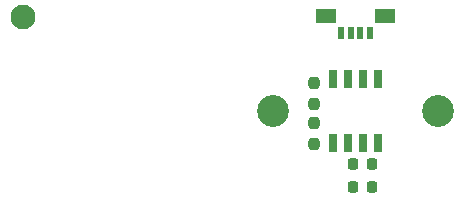
<source format=gbr>
%TF.GenerationSoftware,KiCad,Pcbnew,(6.0.7)*%
%TF.CreationDate,2022-09-29T17:13:44+13:00*%
%TF.ProjectId,encoder,656e636f-6465-4722-9e6b-696361645f70,rev?*%
%TF.SameCoordinates,Original*%
%TF.FileFunction,Soldermask,Top*%
%TF.FilePolarity,Negative*%
%FSLAX46Y46*%
G04 Gerber Fmt 4.6, Leading zero omitted, Abs format (unit mm)*
G04 Created by KiCad (PCBNEW (6.0.7)) date 2022-09-29 17:13:44*
%MOMM*%
%LPD*%
G01*
G04 APERTURE LIST*
G04 Aperture macros list*
%AMRoundRect*
0 Rectangle with rounded corners*
0 $1 Rounding radius*
0 $2 $3 $4 $5 $6 $7 $8 $9 X,Y pos of 4 corners*
0 Add a 4 corners polygon primitive as box body*
4,1,4,$2,$3,$4,$5,$6,$7,$8,$9,$2,$3,0*
0 Add four circle primitives for the rounded corners*
1,1,$1+$1,$2,$3*
1,1,$1+$1,$4,$5*
1,1,$1+$1,$6,$7*
1,1,$1+$1,$8,$9*
0 Add four rect primitives between the rounded corners*
20,1,$1+$1,$2,$3,$4,$5,0*
20,1,$1+$1,$4,$5,$6,$7,0*
20,1,$1+$1,$6,$7,$8,$9,0*
20,1,$1+$1,$8,$9,$2,$3,0*%
G04 Aperture macros list end*
%ADD10R,0.558800X1.092200*%
%ADD11R,1.803400X1.295400*%
%ADD12RoundRect,0.225000X0.225000X0.250000X-0.225000X0.250000X-0.225000X-0.250000X0.225000X-0.250000X0*%
%ADD13R,0.650000X1.500000*%
%ADD14C,2.700000*%
%ADD15RoundRect,0.237500X-0.237500X0.250000X-0.237500X-0.250000X0.237500X-0.250000X0.237500X0.250000X0*%
%ADD16C,2.100000*%
%ADD17RoundRect,0.225000X-0.225000X-0.250000X0.225000X-0.250000X0.225000X0.250000X-0.225000X0.250000X0*%
%ADD18RoundRect,0.237500X0.237500X-0.250000X0.237500X0.250000X-0.237500X0.250000X-0.237500X-0.250000X0*%
G04 APERTURE END LIST*
D10*
%TO.C,J1*%
X1200000Y6649200D03*
X399999Y6649200D03*
X-399999Y6649200D03*
X-1200000Y6649200D03*
D11*
X-2500000Y8049200D03*
X2500000Y8049200D03*
%TD*%
D12*
%TO.C,C2*%
X1375000Y-6400000D03*
X-175000Y-6400000D03*
%TD*%
D13*
%TO.C,U1*%
X-1905000Y-2700000D03*
X-635000Y-2700000D03*
X635000Y-2700000D03*
X1905000Y-2700000D03*
X1905000Y2700000D03*
X635000Y2700000D03*
X-635000Y2700000D03*
X-1905000Y2700000D03*
%TD*%
D14*
%TO.C,H1*%
X-7000000Y0D03*
%TD*%
%TO.C,H2*%
X7000000Y0D03*
%TD*%
D15*
%TO.C,R1*%
X-3500000Y-987500D03*
X-3500000Y-2812500D03*
%TD*%
D16*
%TO.C,H3*%
X-28100000Y8000000D03*
%TD*%
D17*
%TO.C,C1*%
X-175000Y-4500000D03*
X1375000Y-4500000D03*
%TD*%
D18*
%TO.C,R2*%
X-3500000Y587500D03*
X-3500000Y2412500D03*
%TD*%
M02*

</source>
